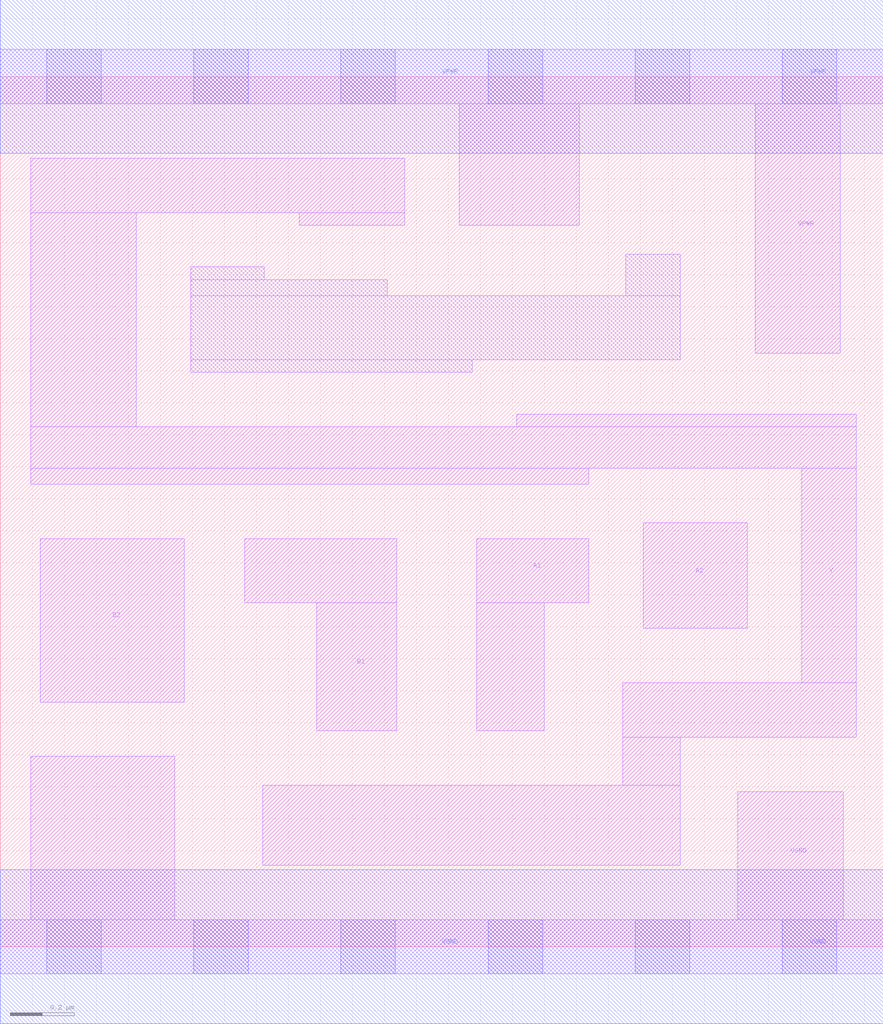
<source format=lef>
# Copyright 2020 The SkyWater PDK Authors
#
# Licensed under the Apache License, Version 2.0 (the "License");
# you may not use this file except in compliance with the License.
# You may obtain a copy of the License at
#
#     https://www.apache.org/licenses/LICENSE-2.0
#
# Unless required by applicable law or agreed to in writing, software
# distributed under the License is distributed on an "AS IS" BASIS,
# WITHOUT WARRANTIES OR CONDITIONS OF ANY KIND, either express or implied.
# See the License for the specific language governing permissions and
# limitations under the License.
#
# SPDX-License-Identifier: Apache-2.0

VERSION 5.7 ;
  NAMESCASESENSITIVE ON ;
  NOWIREEXTENSIONATPIN ON ;
  DIVIDERCHAR "/" ;
  BUSBITCHARS "[]" ;
UNITS
  DATABASE MICRONS 200 ;
END UNITS
MACRO sky130_fd_sc_hd__a22oi_1
  CLASS CORE ;
  SOURCE USER ;
  FOREIGN sky130_fd_sc_hd__a22oi_1 ;
  ORIGIN  0.000000  0.000000 ;
  SIZE  2.760000 BY  2.720000 ;
  SYMMETRY X Y R90 ;
  SITE unithd ;
  PIN A1
    ANTENNAGATEAREA  0.247500 ;
    DIRECTION INPUT ;
    USE SIGNAL ;
    PORT
      LAYER li1 ;
        RECT 1.490000 0.675000 1.700000 1.075000 ;
        RECT 1.490000 1.075000 1.840000 1.275000 ;
    END
  END A1
  PIN A2
    ANTENNAGATEAREA  0.247500 ;
    DIRECTION INPUT ;
    USE SIGNAL ;
    PORT
      LAYER li1 ;
        RECT 2.010000 0.995000 2.335000 1.325000 ;
    END
  END A2
  PIN B1
    ANTENNAGATEAREA  0.247500 ;
    DIRECTION INPUT ;
    USE SIGNAL ;
    PORT
      LAYER li1 ;
        RECT 0.765000 1.075000 1.240000 1.275000 ;
        RECT 0.990000 0.675000 1.240000 1.075000 ;
    END
  END B1
  PIN B2
    ANTENNAGATEAREA  0.247500 ;
    DIRECTION INPUT ;
    USE SIGNAL ;
    PORT
      LAYER li1 ;
        RECT 0.125000 0.765000 0.575000 1.275000 ;
    END
  END B2
  PIN Y
    ANTENNADIFFAREA  0.858000 ;
    DIRECTION OUTPUT ;
    USE SIGNAL ;
    PORT
      LAYER li1 ;
        RECT 0.095000 1.445000 1.840000 1.495000 ;
        RECT 0.095000 1.495000 2.675000 1.625000 ;
        RECT 0.095000 1.625000 0.425000 2.295000 ;
        RECT 0.095000 2.295000 1.265000 2.465000 ;
        RECT 0.820000 0.255000 2.125000 0.505000 ;
        RECT 0.935000 2.255000 1.265000 2.295000 ;
        RECT 1.615000 1.625000 2.675000 1.665000 ;
        RECT 1.945000 0.505000 2.125000 0.655000 ;
        RECT 1.945000 0.655000 2.675000 0.825000 ;
        RECT 2.505000 0.825000 2.675000 1.495000 ;
    END
  END Y
  PIN VGND
    DIRECTION INOUT ;
    SHAPE ABUTMENT ;
    USE GROUND ;
    PORT
      LAYER li1 ;
        RECT 0.000000 -0.085000 2.760000 0.085000 ;
        RECT 0.095000  0.085000 0.545000 0.595000 ;
        RECT 2.305000  0.085000 2.635000 0.485000 ;
      LAYER mcon ;
        RECT 0.145000 -0.085000 0.315000 0.085000 ;
        RECT 0.605000 -0.085000 0.775000 0.085000 ;
        RECT 1.065000 -0.085000 1.235000 0.085000 ;
        RECT 1.525000 -0.085000 1.695000 0.085000 ;
        RECT 1.985000 -0.085000 2.155000 0.085000 ;
        RECT 2.445000 -0.085000 2.615000 0.085000 ;
      LAYER met1 ;
        RECT 0.000000 -0.240000 2.760000 0.240000 ;
    END
  END VGND
  PIN VPWR
    DIRECTION INOUT ;
    SHAPE ABUTMENT ;
    USE POWER ;
    PORT
      LAYER li1 ;
        RECT 0.000000 2.635000 2.760000 2.805000 ;
        RECT 1.435000 2.255000 1.810000 2.635000 ;
        RECT 2.360000 1.855000 2.625000 2.635000 ;
      LAYER mcon ;
        RECT 0.145000 2.635000 0.315000 2.805000 ;
        RECT 0.605000 2.635000 0.775000 2.805000 ;
        RECT 1.065000 2.635000 1.235000 2.805000 ;
        RECT 1.525000 2.635000 1.695000 2.805000 ;
        RECT 1.985000 2.635000 2.155000 2.805000 ;
        RECT 2.445000 2.635000 2.615000 2.805000 ;
      LAYER met1 ;
        RECT 0.000000 2.480000 2.760000 2.960000 ;
    END
  END VPWR
  OBS
    LAYER li1 ;
      RECT 0.595000 1.795000 1.475000 1.835000 ;
      RECT 0.595000 1.835000 2.125000 2.035000 ;
      RECT 0.595000 2.035000 1.210000 2.085000 ;
      RECT 0.595000 2.085000 0.825000 2.125000 ;
      RECT 1.955000 2.035000 2.125000 2.165000 ;
  END
END sky130_fd_sc_hd__a22oi_1
END LIBRARY

</source>
